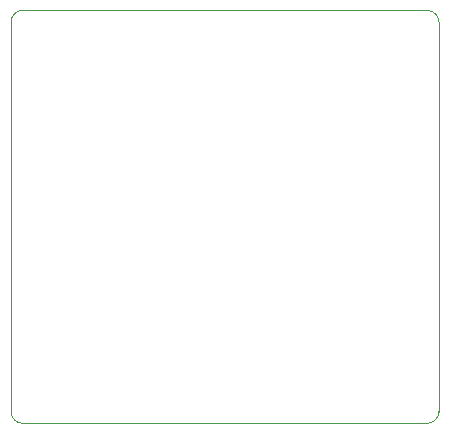
<source format=gbr>
%TF.GenerationSoftware,KiCad,Pcbnew,9.0.6*%
%TF.CreationDate,2026-01-26T18:49:08-03:00*%
%TF.ProjectId,evasion_sensor,65766173-696f-46e5-9f73-656e736f722e,rev?*%
%TF.SameCoordinates,Original*%
%TF.FileFunction,Profile,NP*%
%FSLAX46Y46*%
G04 Gerber Fmt 4.6, Leading zero omitted, Abs format (unit mm)*
G04 Created by KiCad (PCBNEW 9.0.6) date 2026-01-26 18:49:08*
%MOMM*%
%LPD*%
G01*
G04 APERTURE LIST*
%TA.AperFunction,Profile*%
%ADD10C,0.050000*%
%TD*%
G04 APERTURE END LIST*
D10*
X177630000Y-90340000D02*
G75*
G02*
X176630000Y-89340000I0J1000000D01*
G01*
X212860000Y-56370000D02*
X212860000Y-89340000D01*
X176630000Y-89340000D02*
X176630000Y-56370000D01*
X176630000Y-56370000D02*
G75*
G02*
X177630000Y-55370000I1000000J0D01*
G01*
X211860000Y-55370000D02*
G75*
G02*
X212860000Y-56370000I0J-1000000D01*
G01*
X211860000Y-90340000D02*
X177630000Y-90340000D01*
X177630000Y-55370000D02*
X211860000Y-55370000D01*
X212860000Y-89340000D02*
G75*
G02*
X211860000Y-90340000I-1000000J0D01*
G01*
M02*

</source>
